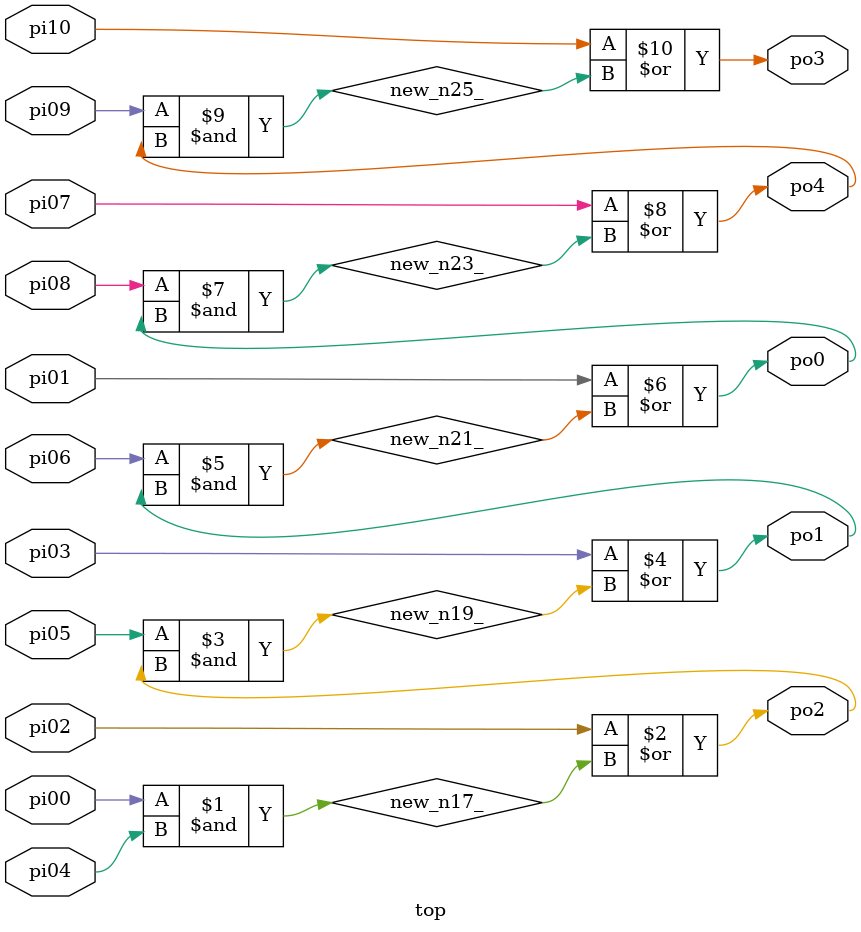
<source format=v>

module top  (
    pi00, pi01, pi02, pi03, pi04, pi05, pi06, pi07, pi08, pi09, pi10,
    po0, po1, po2, po3, po4  );
  input  pi00, pi01, pi02, pi03, pi04, pi05, pi06, pi07, pi08, pi09,
    pi10;
  output po0, po1, po2, po3, po4;
  wire new_n17_, new_n19_, new_n21_, new_n23_, new_n25_;
  assign new_n17_ = pi00 & pi04;
  assign po2 = pi02 | new_n17_;
  assign new_n19_ = pi05 & po2;
  assign po1 = pi03 | new_n19_;
  assign new_n21_ = pi06 & po1;
  assign po0 = pi01 | new_n21_;
  assign new_n23_ = pi08 & po0;
  assign po4 = pi07 | new_n23_;
  assign new_n25_ = pi09 & po4;
  assign po3 = pi10 | new_n25_;
endmodule



</source>
